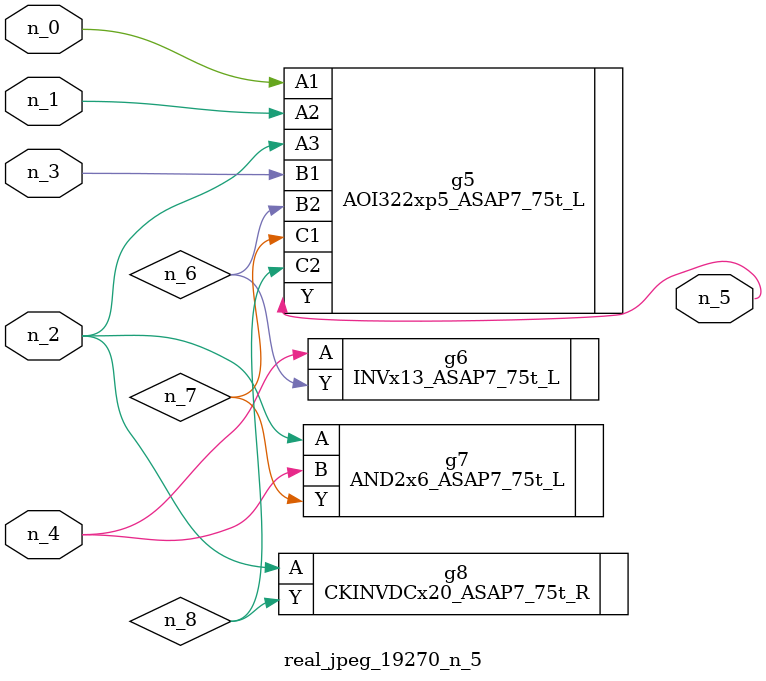
<source format=v>
module real_jpeg_19270_n_5 (n_4, n_0, n_1, n_2, n_3, n_5);

input n_4;
input n_0;
input n_1;
input n_2;
input n_3;

output n_5;

wire n_8;
wire n_6;
wire n_7;

AOI322xp5_ASAP7_75t_L g5 ( 
.A1(n_0),
.A2(n_1),
.A3(n_2),
.B1(n_3),
.B2(n_6),
.C1(n_7),
.C2(n_8),
.Y(n_5)
);

AND2x6_ASAP7_75t_L g7 ( 
.A(n_2),
.B(n_4),
.Y(n_7)
);

CKINVDCx20_ASAP7_75t_R g8 ( 
.A(n_2),
.Y(n_8)
);

INVx13_ASAP7_75t_L g6 ( 
.A(n_4),
.Y(n_6)
);


endmodule
</source>
